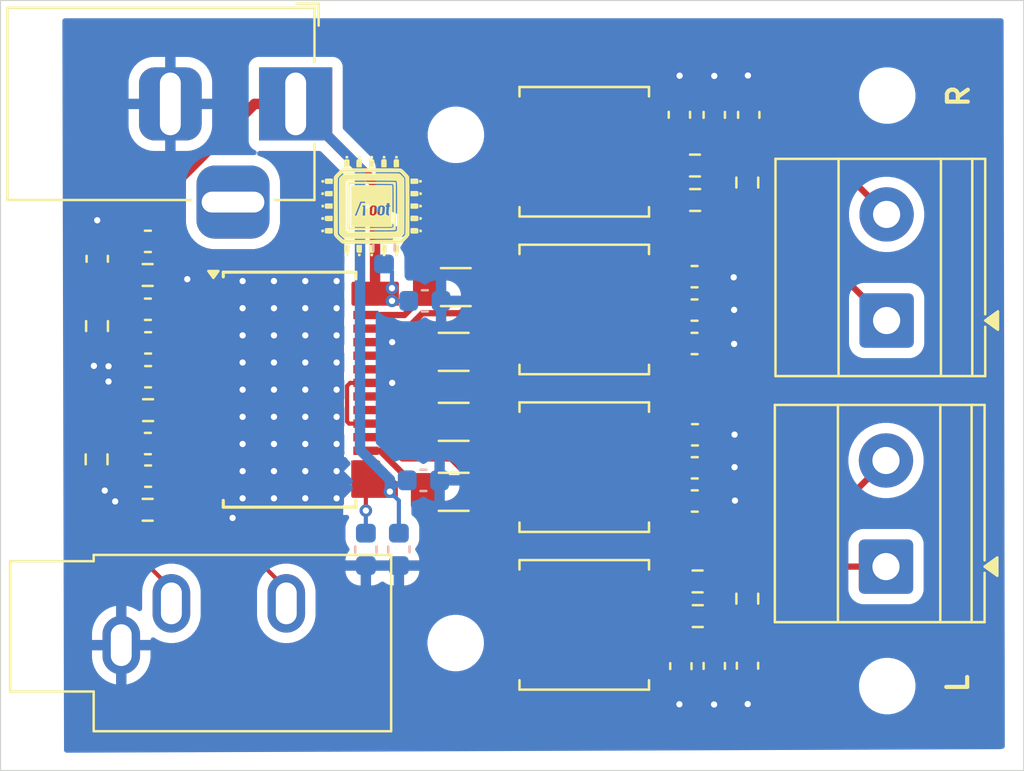
<source format=kicad_pcb>
(kicad_pcb (version 20241229) (generator "pcbnew") (generator_version "9.0")
  (layers (0 "F.Cu" signal) (2 "B.Cu" signal) (13 "F.Paste" user) (15 "B.Paste" user) (5 "F.SilkS" user "F.Silkscreen") (7 "B.SilkS" user "B.Silkscreen") (1 "F.Mask" user) (3 "B.Mask" user) (25 "Edge.Cuts" user))
  (net 0 "")
  (net 1 "+15V")
  (net 2 "GND")
  (net 3 "Net-(U1-BSPR)")
  (net 4 "Net-(U1-OUTPR)")
  (net 5 "Net-(U1-BSNR)")
  (net 6 "Net-(U1-OUTNR)")
  (net 7 "Net-(U1-BSPL)")
  (net 8 "Net-(U1-OUTPL)")
  (net 9 "Net-(U1-OUTNL)")
  (net 10 "Net-(U1-BSNL)")
  (net 11 "Net-(C12-Pad1)")
  (net 12 "Net-(C13-Pad2)")
  (net 13 "Net-(C18-Pad1)")
  (net 14 "Net-(C21-Pad2)")
  (net 15 "Net-(U1-GVDD)")
  (net 16 "Net-(C25-Pad1)")
  (net 17 "Net-(U1-RINP)")
  (net 18 "Net-(U1-LINP)")
  (net 19 "Net-(C26-Pad1)")
  (net 20 "Net-(U1-RINN)")
  (net 21 "Net-(U1-LINN)")
  (net 22 "Net-(J3-Pin_2)")
  (net 23 "Net-(J3-Pin_1)")
  (net 24 "Net-(J4-Pin_2)")
  (net 25 "Net-(J4-Pin_1)")
  (net 26 "Net-(U1-MUTE)")
  (net 27 "Net-(U1-FAULTZ)")
  (net 28 "Net-(U1-GAIN{slash}SLV)")
  (footprint "Capacitor_SMD:C_0603_1608Metric" (layer "F.Cu") (at 127.125 99.08 180)
    (property "Reference" "C24" (hide yes))
    (property "Value" "1u" (hide yes))
    (pad "1" smd roundrect (at -0.775 0 180) (size 0.9 0.95) (layers "F.Cu" "F.Mask" "F.Paste") (net 15 "Net-(U1-GVDD)"))
    (pad "2" smd roundrect (at 0.775 0 180) (size 0.9 0.95) (layers "F.Cu" "F.Mask" "F.Paste") (net 2 "GND"))
  )
  (footprint "Resistor_SMD:R_0603_1608Metric" (layer "F.Cu") (at 124.66 103.035 -90)
    (property "Reference" "R11" (hide yes))
    (property "Value" "47k" (hide yes))
    (pad "1" smd roundrect (at -0.825 0 270) (size 0.8 0.95) (layers "F.Cu" "F.Mask" "F.Paste") (net 19 "Net-(C26-Pad1)"))
    (pad "2" smd roundrect (at 0.825 0 270) (size 0.8 0.95) (layers "F.Cu" "F.Mask" "F.Paste") (net 2 "GND"))
  )
  (footprint "Resistor_SMD:R_0603_1608Metric" (layer "F.Cu") (at 155.81 109.705 -90)
    (property "Reference" "R5" (hide yes))
    (property "Value" "47k" (hide yes))
    (pad "1" smd roundrect (at -0.825 0 270) (size 0.8 0.95) (layers "F.Cu" "F.Mask" "F.Paste") (net 22 "Net-(J3-Pin_2)"))
    (pad "2" smd roundrect (at 0.825 0 270) (size 0.8 0.95) (layers "F.Cu" "F.Mask" "F.Paste") (net 23 "Net-(J3-Pin_1)"))
  )
  (footprint "MountingHole:MountingHole_2.2mm_M2" (layer "F.Cu") (at 141.85 111.83)
    (property "Reference" "H1" (hide yes))
    (property "Value" "MountingHole" (hide yes))
    (pad "" np_thru_hole circle (at 0 0) (size 2.2 2.2) (drill 2.2) (layers "*.Cu" "*.Mask"))
  )
  (footprint "Capacitor_SMD:C_0603_1608Metric" (layer "F.Cu") (at 152.56 86.54 90)
    (property "Reference" "C12" (hide yes))
    (property "Value" "1n" (hide yes))
    (pad "1" smd roundrect (at -0.775 0 90) (size 0.9 0.95) (layers "F.Cu" "F.Mask" "F.Paste") (net 11 "Net-(C12-Pad1)"))
    (pad "2" smd roundrect (at 0.775 0 90) (size 0.9 0.95) (layers "F.Cu" "F.Mask" "F.Paste") (net 2 "GND"))
  )
  (footprint "Capacitor_SMD:C_0603_1608Metric" (layer "F.Cu") (at 127.125 97.46)
    (property "Reference" "C27" (hide yes))
    (property "Value" "1u" (hide yes))
    (pad "1" smd roundrect (at -0.775 0) (size 0.9 0.95) (layers "F.Cu" "F.Mask" "F.Paste") (net 2 "GND"))
    (pad "2" smd roundrect (at 0.775 0) (size 0.9 0.95) (layers "F.Cu" "F.Mask" "F.Paste") (net 20 "Net-(U1-RINN)"))
  )
  (footprint "Resistor_SMD:R_0603_1608Metric" (layer "F.Cu") (at 155.81 89.785 -90)
    (property "Reference" "R3" (hide yes))
    (property "Value" "47k" (hide yes))
    (pad "1" smd roundrect (at -0.825 0 270) (size 0.8 0.95) (layers "F.Cu" "F.Mask" "F.Paste") (net 24 "Net-(J4-Pin_2)"))
    (pad "2" smd roundrect (at 0.825 0 270) (size 0.8 0.95) (layers "F.Cu" "F.Mask" "F.Paste") (net 25 "Net-(J4-Pin_1)"))
  )
  (footprint "Connector_BarrelJack:BarrelJack_Horizontal" (layer "F.Cu") (at 134.19 86.02)
    (property "Reference" "J1" (hide yes))
    (property "Value" "Jack-DC" (hide yes))
    (pad "1" thru_hole rect (at 0 0) (size 3.5 3.5) (drill oval 1 3) (layers "*.Cu" "*.Mask") (net 1 "+15V"))
    (pad "2" thru_hole roundrect (at -6 0) (size 3 3.5) (drill oval 1 3) (layers "*.Cu" "*.Mask") (net 2 "GND"))
    (pad "3" thru_hole roundrect (at -3 4.7) (size 3.5 3.5) (drill oval 3 1) (layers "*.Cu" "*.Mask"))
  )
  (footprint "Capacitor_SMD:C_0603_1608Metric" (layer "F.Cu") (at 153.305 101.86)
    (property "Reference" "C18" (hide yes))
    (property "Value" "1n" (hide yes))
    (pad "1" smd roundrect (at -0.775 0) (size 0.9 0.95) (layers "F.Cu" "F.Mask" "F.Paste") (net 13 "Net-(C18-Pad1)"))
    (pad "2" smd roundrect (at 0.775 0) (size 0.9 0.95) (layers "F.Cu" "F.Mask" "F.Paste") (net 2 "GND"))
  )
  (footprint "Capacitor_SMD:C_1206_3216Metric" (layer "F.Cu") (at 141.755 101.24)
    (property "Reference" "C10" (hide yes))
    (property "Value" "220n" (hide yes))
    (pad "1" smd roundrect (at -1.475 0) (size 1.15 1.8) (layers "F.Cu" "F.Mask" "F.Paste") (roundrect_rratio 0.217391) (net 7 "Net-(U1-BSPL)"))
    (pad "2" smd roundrect (at 1.475 0) (size 1.15 1.8) (layers "F.Cu" "F.Mask" "F.Paste") (roundrect_rratio 0.217391) (net 8 "Net-(U1-OUTPL)"))
  )
  (footprint "Inductor_SMD:L_Bourns_SRN6045TA" (layer "F.Cu") (at 148.005 110.96)
    (property "Reference" "L4" (hide yes))
    (property "Value" "10u" (hide yes))
    (pad "1" smd rect (at -2.075 0) (size 2.35 5.1) (layers "F.Cu" "F.Mask" "F.Paste") (net 9 "Net-(U1-OUTNL)"))
    (pad "2" smd rect (at 2.075 0) (size 2.35 5.1) (layers "F.Cu" "F.Mask" "F.Paste") (net 14 "Net-(C21-Pad2)"))
  )
  (footprint "Capacitor_SMD:C_0603_1608Metric" (layer "F.Cu") (at 153.295 105.03)
    (property "Reference" "C19" (hide yes))
    (property "Value" "1n" (hide yes))
    (pad "1" smd roundrect (at -0.775 0) (size 0.9 0.95) (layers "F.Cu" "F.Mask" "F.Paste") (net 13 "Net-(C18-Pad1)"))
    (pad "2" smd roundrect (at 0.775 0) (size 0.9 0.95) (layers "F.Cu" "F.Mask" "F.Paste") (net 2 "GND"))
  )
  (footprint "Capacitor_SMD:C_0603_1608Metric" (layer "F.Cu") (at 154.23 112.925 90)
    (property "Reference" "C22" (hide yes))
    (property "Value" "1n" (hide yes))
    (pad "1" smd roundrect (at -0.775 0 90) (size 0.9 0.95) (layers "F.Cu" "F.Mask" "F.Paste") (net 2 "GND"))
    (pad "2" smd roundrect (at 0.775 0 90) (size 0.9 0.95) (layers "F.Cu" "F.Mask" "F.Paste") (net 14 "Net-(C21-Pad2)"))
  )
  (footprint "Capacitor_SMD:C_0603_1608Metric" (layer "F.Cu") (at 153.285 97.49 180)
    (property "Reference" "C13" (hide yes))
    (property "Value" "1n" (hide yes))
    (pad "1" smd roundrect (at -0.775 0 180) (size 0.9 0.95) (layers "F.Cu" "F.Mask" "F.Paste") (net 2 "GND"))
    (pad "2" smd roundrect (at 0.775 0 180) (size 0.9 0.95) (layers "F.Cu" "F.Mask" "F.Paste") (net 12 "Net-(C13-Pad2)"))
  )
  (footprint "Library:root" (layer "F.Cu") (at 137.85 91.03)
    (property "Reference" "G***" (hide yes))
    (property "Value" "LOGO" (hide yes))
  )
  (footprint "Capacitor_SMD:C_0603_1608Metric" (layer "F.Cu") (at 127.115 95.85)
    (property "Reference" "C25" (hide yes))
    (property "Value" "1u" (hide yes))
    (pad "1" smd roundrect (at -0.775 0) (size 0.9 0.95) (layers "F.Cu" "F.Mask" "F.Paste") (net 16 "Net-(C25-Pad1)"))
    (pad "2" smd roundrect (at 0.775 0) (size 0.9 0.95) (layers "F.Cu" "F.Mask" "F.Paste") (net 17 "Net-(U1-RINP)"))
  )
  (footprint "MountingHole:MountingHole_2.2mm_M2" (layer "F.Cu") (at 141.86 87.5)
    (property "Reference" "H2" (hide yes))
    (property "Value" "MountingHole" (hide yes))
    (pad "" np_thru_hole circle (at 0 0) (size 2.2 2.2) (drill 2.2) (layers "*.Cu" "*.Mask"))
  )
  (footprint "Capacitor_SMD:C_1206_3216Metric" (layer "F.Cu") (at 141.755 104.59)
    (property "Reference" "C11" (hide yes))
    (property "Value" "220n" (hide yes))
    (pad "1" smd roundrect (at -1.475 0) (size 1.15 1.8) (layers "F.Cu" "F.Mask" "F.Paste") (roundrect_rratio 0.217391) (net 10 "Net-(U1-BSNL)"))
    (pad "2" smd roundrect (at 1.475 0) (size 1.15 1.8) (layers "F.Cu" "F.Mask" "F.Paste") (roundrect_rratio 0.217391) (net 9 "Net-(U1-OUTNL)"))
  )
  (footprint "Capacitor_SMD:C_1206_3216Metric" (layer "F.Cu") (at 141.755 97.89 180)
    (property "Reference" "C9" (hide yes))
    (property "Value" "220n" (hide yes))
    (pad "1" smd roundrect (at -1.475 0 180) (size 1.15 1.8) (layers "F.Cu" "F.Mask" "F.Paste") (roundrect_rratio 0.217391) (net 5 "Net-(U1-BSNR)"))
    (pad "2" smd roundrect (at 1.475 0 180) (size 1.15 1.8) (layers "F.Cu" "F.Mask" "F.Paste") (roundrect_rratio 0.217391) (net 6 "Net-(U1-OUTNR)"))
  )
  (footprint "TerminalBlock_Phoenix:TerminalBlock_Phoenix_MKDS-1,5-2-5.08_1x02_P5.08mm_Horizontal" (layer "F.Cu") (at 162.45 108.17 90)
    (property "Reference" "J3" (hide yes))
    (property "Value" "L" (hide yes))
    (pad "1" thru_hole roundrect (at 0 0 90) (size 2.6 2.6) (drill 1.3) (layers "*.Cu" "*.Mask") (roundrect_rratio 0.096154) (net 23 "Net-(J3-Pin_1)"))
    (pad "2" thru_hole circle (at 5.08 0 90) (size 2.6 2.6) (drill 1.3) (layers "*.Cu" "*.Mask") (net 22 "Net-(J3-Pin_2)"))
  )
  (footprint "Package_SO:HTSSOP-32-1EP_6.1x11mm_P0.65mm_EP5.2x11mm_Mask4.11x4.36mm_ThermalVias" (layer "F.Cu") (at 133.9 99.7)
    (property "Reference" "U1" (hide yes))
    (property "Value" "TPA3130D2" (hide yes))
    (pad "1" smd rect (at -3.65 -4.875) (size 1.2 0.4) (layers "F.Cu" "F.Mask" "F.Paste") (net 2 "GND"))
    (pad "2" smd rect (at -3.65 -4.225) (size 1.2 0.4) (layers "F.Cu" "F.Mask" "F.Paste") (net 27 "Net-(U1-FAULTZ)"))
    (pad "3" smd rect (at -3.65 -3.575) (size 1.2 0.4) (layers "F.Cu" "F.Mask" "F.Paste") (net 27 "Net-(U1-FAULTZ)"))
    (pad "4" smd rect (at -3.65 -2.925) (size 1.2 0.4) (layers "F.Cu" "F.Mask" "F.Paste") (net 17 "Net-(U1-RINP)"))
    (pad "5" smd rect (at -3.65 -2.275) (size 1.2 0.4) (layers "F.Cu" "F.Mask" "F.Paste") (net 20 "Net-(U1-RINN)"))
    (pad "6" smd rect (at -3.65 -1.625) (size 1.2 0.4) (layers "F.Cu" "F.Mask" "F.Paste") (net 15 "Net-(U1-GVDD)"))
    (pad "7" smd rect (at -3.65 -0.975) (size 1.2 0.4) (layers "F.Cu" "F.Mask" "F.Paste") (net 15 "Net-(U1-GVDD)"))
    (pad "8" smd rect (at -3.65 -0.325) (size 1.2 0.4) (layers "F.Cu" "F.Mask" "F.Paste") (net 28 "Net-(U1-GAIN{slash}SLV)"))
    (pad "9" smd rect (at -3.65 0.325) (size 1.2 0.4) (layers "F.Cu" "F.Mask" "F.Paste") (net 2 "GND"))
    (pad "10" smd rect (at -3.65 0.975) (size 1.2 0.4) (layers "F.Cu" "F.Mask" "F.Paste") (net 18 "Net-(U1-LINP)"))
    (pad "11" smd rect (at -3.65 1.625) (size 1.2 0.4) (layers "F.Cu" "F.Mask" "F.Paste") (net 21 "Net-(U1-LINN)"))
    (pad "12" smd rect (at -3.65 2.275) (size 1.2 0.4) (layers "F.Cu" "F.Mask" "F.Paste") (net 26 "Net-(U1-MUTE)"))
    (pad "13" smd rect (at -3.65 2.925) (size 1.2 0.4) (layers "F.Cu" "F.Mask" "F.Paste") (net 2 "GND"))
    (pad "14" smd rect (at -3.65 3.575) (size 1.2 0.4) (layers "F.Cu" "F.Mask" "F.Paste") (net 2 "GND"))
    (pad "15" smd rect (at -3.65 4.225) (size 1.2 0.4) (layers "F.Cu" "F.Mask" "F.Paste") (net 2 "GND"))
    (pad "16" smd rect (at -3.65 4.875) (size 1.2 0.4) (layers "F.Cu" "F.Mask" "F.Paste"))
    (pad "17" smd rect (at 3.65 4.875) (size 1.2 0.4) (layers "F.Cu" "F.Mask" "F.Paste") (net 1 "+15V"))
    (pad "18" smd rect (at 3.65 4.225) (size 1.2 0.4) (layers "F.Cu" "F.Mask" "F.Paste") (net 1 "+15V"))
    (pad "19" smd rect (at 3.65 3.575) (size 1.2 0.4) (layers "F.Cu" "F.Mask" "F.Paste") (net 1 "+15V"))
    (pad "20" smd rect (at 3.65 2.925) (size 1.2 0.4) (layers "F.Cu" "F.Mask" "F.Paste") (net 10 "Net-(U1-BSNL)"))
    (pad "21" smd rect (at 3.65 2.275) (size 1.2 0.4) (layers "F.Cu" "F.Mask" "F.Paste") (net 9 "Net-(U1-OUTNL)"))
    (pad "22" smd rect (at 3.65 1.625) (size 1.2 0.4) (layers "F.Cu" "F.Mask" "F.Paste") (net 2 "GND"))
    (pad "23" smd rect (at 3.65 0.975) (size 1.2 0.4) (layers "F.Cu" "F.Mask" "F.Paste") (net 8 "Net-(U1-OUTPL)"))
    (pad "24" smd rect (at 3.65 0.325) (size 1.2 0.4) (layers "F.Cu" "F.Mask" "F.Paste") (net 7 "Net-(U1-BSPL)"))
    (pad "25" smd rect (at 3.65 -0.325) (size 1.2 0.4) (layers "F.Cu" "F.Mask" "F.Paste") (net 2 "GND"))
    (pad "26" smd rect (at 3.65 -0.975) (size 1.2 0.4) (layers "F.Cu" "F.Mask" "F.Paste") (net 5 "Net-(U1-BSNR)"))
    (pad "27" smd rect (at 3.65 -1.625) (size 1.2 0.4) (layers "F.Cu" "F.Mask" "F.Paste") (net 6 "Net-(U1-OUTNR)"))
    (pad "28" smd rect (at 3.65 -2.275) (size 1.2 0.4) (layers "F.Cu" "F.Mask" "F.Paste") (net 2 "GND"))
    (pad "29" smd rect (at 3.65 -2.925) (size 1.2 0.4) (layers "F.Cu" "F.Mask" "F.Paste") (net 4 "Net-(U1-OUTPR)"))
    (pad "30" smd rect (at 3.65 -3.575) (size 1.2 0.4) (layers "F.Cu" "F.Mask" "F.Paste") (net 3 "Net-(U1-BSPR)"))
    (pad "31" smd rect (at 3.65 -4.225) (size 1.2 0.4) (layers "F.Cu" "F.Mask" "F.Paste") (net 1 "+15V"))
    (pad "32" smd rect (at 3.65 -4.875) (size 1.2 0.4) (layers "F.Cu" "F.Mask" "F.Paste") (net 1 "+15V"))
    (pad "33" thru_hole circle (at -2.25 -5.2) (size 0.6 0.6) (drill 0.3) (layers "*.Cu") (net 2 "GND"))
    (pad "33" thru_hole circle (at -2.25 -3.9) (size 0.6 0.6) (drill 0.3) (layers "*.Cu") (net 2 "GND"))
    (pad "33" thru_hole circle (at -2.25 -2.6) (size 0.6 0.6) (drill 0.3) (layers "*.Cu") (net 2 "GND"))
    (pad "33" thru_hole circle (at -2.25 -1.3) (size 0.6 0.6) (drill 0.3) (layers "*.Cu") (net 2 "GND"))
    (pad "33" thru_hole circle (at -2.25 0) (size 0.6 0.6) (drill 0.3) (layers "*.Cu") (net 2 "GND"))
    (pad "33" thru_hole circle (at -2.25 1.3) (size 0.6 0.6) (drill 0.3) (layers "*.Cu") (net 2 "GND"))
    (pad "33" thru_hole circle (at -2.25 2.6) (size 0.6 0.6) (drill 0.3) (layers "*.Cu") (net 2 "GND"))
    (pad "33" thru_hole circle (at -2.25 3.9) (size 0.6 0.6) (drill 0.3) (layers "*.Cu") (net 2 "GND"))
    (pad "33" thru_hole circle (at -2.25 5.2) (size 0.6 0.6) (drill 0.3) (layers "*.Cu") (net 2 "GND"))
    (pad "33" thru_hole circle (at -0.75 -5.2) (size 0.6 0.6) (drill 0.3) (layers "*.Cu") (net 2 "GND"))
    (pad "33" thru_hole circle (at -0.75 -3.9) (size 0.6 0.6) (drill 0.3) (layers "*.Cu") (net 2 "GND"))
    (pad "33" thru_hole circle (at -0.75 -2.6) (size 0.6 0.6) (drill 0.3) (layers "*.Cu") (net 2 "GND"))
    (pad "33" thru_hole circle (at -0.75 -1.3) (size 0.6 0.6) (drill 0.3) (layers "*.Cu") (net 2 "GND"))
    (pad "33" thru_hole circle (at -0.75 0) (size 0.6 0.6) (drill 0.3) (layers "*.Cu") (net 2 "GND"))
    (pad "33" thru_hole circle (at -0.75 1.3) (size 0.6 0.6) (drill 0.3) (layers "*.Cu") (net 2 "GND"))
    (pad "33" thru_hole circle (at -0.75 2.6) (size 0.6 0.6) (drill 0.3) (layers "*.Cu") (net 2 "GND"))
    (pad "33" thru_hole circle (at -0.75 3.9) (size 0.6 0.6) (drill 0.3) (layers "*.Cu") (net 2 "GND"))
    (pad "33" thru_hole circle (at -0.75 5.2) (size 0.6 0.6) (drill 0.3) (layers "*.Cu") (net 2 "GND"))
    (pad "33" smd rect (at 0 0) (size 5.2 11) (layers "F.Cu") (net 2 "GND"))
    (pad "33" smd rect (at 0 0) (size 5.2 11) (layers "B.Cu") (net 2 "GND"))
    (pad "33" thru_hole circle (at 0.75 -5.2) (size 0.6 0.6) (drill 0.3) (layers "*.Cu") (net 2 "GND"))
    (pad "33" thru_hole circle (at 0.75 -3.9) (size 0.6 0.6) (drill 0.3) (layers "*.Cu") (net 2 "GND"))
    (pad "33" thru_hole circle (at 0.75 -2.6) (size 0.6 0.6) (drill 0.3) (layers "*.Cu") (net 2 "GND"))
    (pad "33" thru_hole circle (at 0.75 -1.3) (size 0.6 0.6) (drill 0.3) (layers "*.Cu") (net 2 "GND"))
    (pad "33" thru_hole circle (at 0.75 0) (size 0.6 0.6) (drill 0.3) (layers "*.Cu") (net 2 "GND"))
    (pad "33" thru_hole circle (at 0.75 1.3) (size 0.6 0.6) (drill 0.3) (layers "*.Cu") (net 2 "GND"))
    (pad "33" thru_hole circle (at 0.75 2.6) (size 0.6 0.6) (drill 0.3) (layers "*.Cu") (net 2 "GND"))
    (pad "33" thru_hole circle (at 0.75 3.9) (size 0.6 0.6) (drill 0.3) (layers "*.Cu") (net 2 "GND"))
    (pad "33" thru_hole circle (at 0.75 5.2) (size 0.6 0.6) (drill 0.3) (layers "*.Cu") (net 2 "GND"))
    (pad "33" thru_hole circle (at 2.25 -5.2) (size 0.6 0.6) (drill 0.3) (layers "*.Cu") (net 2 "GND"))
    (pad "33" thru_hole circle (at 2.25 -3.9) (size 0.6 0.6) (drill 0.3) (layers "*.Cu") (net 2 "GND"))
    (pad "33" thru_hole circle (at 2.25 -2.6) (size 0.6 0.6) (drill 0.3) (layers "*.Cu") (net 2 "GND"))
    (pad "33" thru_hole circle (at 2.25 -1.3) (size 0.6 0.6) (drill 0.3) (layers "*.Cu") (net 2 "GND"))
    (pad "33" thru_hole circle (at 2.25 0) (size 0.6 0.6) (drill 0.3) (layers "*.Cu") (net 2 "GND"))
    (pad "33" thru_hole circle (at 2.25 1.3) (size 0.6 0.6) (drill 0.3) (layers "*.Cu") (net 2 "GND"))
    (pad "33" thru_hole circle (at 2.25 2.6) (size 0.6 0.6) (drill 0.3) (layers "*.Cu") (net 2 "GND"))
    (pad "33" thru_hole circle (at 2.25 3.9) (size 0.6 0.6) (drill 0.3) (layers "*.Cu") (net 2 "GND"))
    (pad "33" thru_hole circle (at 2.25 5.2) (size 0.6 0.6) (drill 0.3) (layers "*.Cu") (net 2 "GND"))
  )
  (footprint "Resistor_SMD:R_0603_1608Metric" (layer "F.Cu") (at 153.44 110.54 180)
    (property "Reference" "R6" (hide yes))
    (property "Value" "3R3" (hide yes))
    (pad "1" smd roundrect (at -0.825 0 180) (size 0.8 0.95) (layers "F.Cu" "F.Mask" "F.Paste") (net 23 "Net-(J3-Pin_1)"))
    (pad "2" smd roundrect (at 0.825 0 180) (size 0.8 0.95) (layers "F.Cu" "F.Mask" "F.Paste") (net 14 "Net-(C21-Pad2)"))
  )
  (footprint "TerminalBlock_Phoenix:TerminalBlock_Phoenix_MKDS-1,5-2-5.08_1x02_P5.08mm_Horizontal" (layer "F.Cu") (at 162.48 96.39 90)
    (property "Reference" "J4" (hide yes))
    (property "Value" "R" (hide yes))
    (pad "1" thru_hole roundrect (at 0 0 90) (size 2.6 2.6) (drill 1.3) (layers "*.Cu" "*.Mask") (roundrect_rratio 0.096154) (net 25 "Net-(J4-Pin_1)"))
    (pad "2" thru_hole circle (at 5.08 0 90) (size 2.6 2.6) (drill 1.3) (layers "*.Cu" "*.Mask") (net 24 "Net-(J4-Pin_2)"))
  )
  (footprint "Resistor_SMD:R_0603_1608Metric" (layer "F.Cu") (at 127.105 94.21)
    (property "Reference" "R8" (hide yes))
    (property "Value" "47k" (hide yes))
    (pad "1" smd roundrect (at -0.825 0) (size 0.8 0.95) (layers "F.Cu" "F.Mask" "F.Paste") (net 1 "+15V"))
    (pad "2" smd roundrect (at 0.825 0) (size 0.8 0.95) (layers "F.Cu" "F.Mask" "F.Paste") (net 27 "Net-(U1-FAULTZ)"))
  )
  (footprint "Capacitor_SMD:C_0603_1608Metric" (layer "F.Cu") (at 153.295 103.44)
    (property "Reference" "C20" (hide yes))
    (property "Value" "1n" (hide yes))
    (pad "1" smd roundrect (at -0.775 0) (size 0.9 0.95) (layers "F.Cu" "F.Mask" "F.Paste") (net 13 "Net-(C18-Pad1)"))
    (pad "2" smd roundrect (at 0.775 0) (size 0.9 0.95) (layers "F.Cu" "F.Mask" "F.Paste") (net 2 "GND"))
  )
  (footprint "Capacitor_SMD:C_0603_1608Metric" (layer "F.Cu") (at 154.23 86.545 90)
    (property "Reference" "C16" (hide yes))
    (property "Value" "1n" (hide yes))
    (pad "1" smd roundrect (at -0.775 0 90) (size 0.9 0.95) (layers "F.Cu" "F.Mask" "F.Paste") (net 11 "Net-(C12-Pad1)"))
    (pad "2" smd roundrect (at 0.775 0 90) (size 0.9 0.95) (layers "F.Cu" "F.Mask" "F.Paste") (net 2 "GND"))
  )
  (footprint "Capacitor_SMD:C_0603_1608Metric" (layer "F.Cu") (at 127.115 102.28)
    (property "Reference" "C26" (hide yes))
    (property "Value" "1u" (hide yes))
    (pad "1" smd roundrect (at -0.775 0) (size 0.9 0.95) (layers "F.Cu" "F.Mask" "F.Paste") (net 19 "Net-(C26-Pad1)"))
    (pad "2" smd roundrect (at 0.775 0) (size 0.9 0.95) (layers "F.Cu" "F.Mask" "F.Paste") (net 18 "Net-(U1-LINP)"))
  )
  (footprint "Capacitor_SMD:C_0603_1608Metric" (layer "F.Cu") (at 153.285 95.89 180)
    (property "Reference" "C15" (hide yes))
    (property "Value" "1n" (hide yes))
    (pad "1" smd roundrect (at -0.775 0 180) (size 0.9 0.95) (layers "F.Cu" "F.Mask" "F.Paste") (net 2 "GND"))
    (pad "2" smd roundrect (at 0.775 0 180) (size 0.9 0.95) (layers "F.Cu" "F.Mask" "F.Paste") (net 12 "Net-(C13-Pad2)"))
  )
  (footprint "MountingHole:MountingHole_2.2mm_M2" (layer "F.Cu") (at 162.51 113.89)
    (property "Reference" "H4" (hide yes))
    (property "Value" "MountingHole" (hide yes))
    (pad "" np_thru_hole circle (at 0 0) (size 2.2 2.2) (drill 2.2) (layers "*.Cu" "*.Mask"))
  )
  (footprint "Capacitor_SMD:C_0603_1608Metric" (layer "F.Cu") (at 155.88 86.545 90)
    (property "Reference" "C14" (hide yes))
    (property "Value" "1n" (hide yes))
    (pad "1" smd roundrect (at -0.775 0 90) (size 0.9 0.95) (layers "F.Cu" "F.Mask" "F.Paste") (net 11 "Net-(C12-Pad1)"))
    (pad "2" smd roundrect (at 0.775 0 90) (size 0.9 0.95) (layers "F.Cu" "F.Mask" "F.Paste") (net 2 "GND"))
  )
  (footprint "Inductor_SMD:L_Bourns_SRN6045TA" (layer "F.Cu") (at 148.005 95.86)
    (property "Reference" "L2" (hide yes))
    (property "Value" "10u" (hide yes))
    (pad "1" smd rect (at -2.075 0) (size 2.35 5.1) (layers "F.Cu" "F.Mask" "F.Paste") (net 6 "Net-(U1-OUTNR)"))
    (pad "2" smd rect (at 2.075 0) (size 2.35 5.1) (layers "F.Cu" "F.Mask" "F.Paste") (net 12 "Net-(C13-Pad2)"))
  )
  (footprint "Resistor_SMD:R_0603_1608Metric" (layer "F.Cu") (at 153.315 90.62 180)
    (property "Reference" "R2" (hide yes))
    (property "Value" "3R3" (hide yes))
    (pad "1" smd roundrect (at -0.825 0 180) (size 0.8 0.95) (layers "F.Cu" "F.Mask" "F.Paste") (net 25 "Net-(J4-Pin_1)"))
    (pad "2" smd roundrect (at 0.825 0 180) (size 0.8 0.95) (layers "F.Cu" "F.Mask" "F.Paste") (net 12 "Net-(C13-Pad2)"))
  )
  (footprint "Capacitor_SMD:C_1206_3216Metric" (layer "F.Cu") (at 141.855 94.79)
    (property "Reference" "C8" (hide yes))
    (property "Value" "220n" (hide yes))
    (pad "1" smd roundrect (at -1.475 0) (size 1.15 1.8) (layers "F.Cu" "F.Mask" "F.Paste") (roundrect_rratio 0.217391) (net 3 "Net-(U1-BSPR)"))
    (pad "2" smd roundrect (at 1.475 0) (size 1.15 1.8) (layers "F.Cu" "F.Mask" "F.Paste") (roundrect_rratio 0.217391) (net 4 "Net-(U1-OUTPR)"))
  )
  (footprint "Resistor_SMD:R_0603_1608Metric" (layer "F.Cu") (at 153.43 108.88)
    (property "Reference" "R4" (hide yes))
    (property "Value" "3R3" (hide yes))
    (pad "1" smd roundrect (at -0.825 0) (size 0.8 0.95) (layers "F.Cu" "F.Mask" "F.Paste") (net 13 "Net-(C18-Pad1)"))
    (pad "2" smd roundrect (at 0.825 0) (size 0.8 0.95) (layers "F.Cu" "F.Mask" "F.Paste") (net 22 "Net-(J3-Pin_2)"))
  )
  (footprint "MountingHole:MountingHole_2.2mm_M2" (layer "F.Cu") (at 162.51 85.62)
    (property "Reference" "H3" (hide yes))
    (property "Value" "MountingHole" (hide yes))
    (pad "" np_thru_hole circle (at 0 0) (size 2.2 2.2) (drill 2.2) (layers "*.Cu" "*.Mask"))
  )
  (footprint "Resistor_SMD:R_0603_1608Metric" (layer "F.Cu") (at 124.68 96.655 -90)
    (property "Reference" "R9" (hide yes))
    (property "Value" "47k" (hide yes))
    (pad "1" smd roundrect (at -0.825 0 270) (size 0.8 0.95) (layers "F.Cu" "F.Mask" "F.Paste") (net 16 "Net-(C25-Pad1)"))
    (pad "2" smd roundrect (at 0.825 0 270) (size 0.8 0.95) (layers "F.Cu" "F.Mask" "F.Paste") (net 2 "GND"))
  )
  (footprint "Resistor_SMD:R_0603_1608Metric" (layer "F.Cu") (at 127.105 105.45 180)
    (property "Reference" "R7" (hide yes))
    (property "Value" "47k" (hide yes))
    (pad "1" smd roundrect (at -0.825 0 180) (size 0.8 0.95) (layers "F.Cu" "F.Mask" "F.Paste") (net 26 "Net-(U1-MUTE)"))
    (pad "2" smd roundrect (at 0.825 0 180) (size 0.8 0.95) (layers "F.Cu" "F.Mask" "F.Paste") (net 2 "GND"))
  )
  (footprint "Inductor_SMD:L_Bourns_SRN6045TA" (layer "F.Cu") (at 148.005 88.31)
    (property "Reference" "L1" (hide yes))
    (property "Value" "10u" (hide yes))
    (pad "1" smd rect (at -2.075 0) (size 2.35 5.1) (layers "F.Cu" "F.Mask" "F.Paste") (net 4 "Net-(U1-OUTPR)"))
    (pad "2" smd rect (at 2.075 0) (size 2.35 5.1) (layers "F.Cu" "F.Mask" "F.Paste") (net 11 "Net-(C12-Pad1)"))
  )
  (footprint "Capacitor_SMD:C_0603_1608Metric" (layer "F.Cu") (at 152.63 112.935 90)
    (property "Reference" "C21" (hide yes))
    (property "Value" "1n" (hide yes))
    (pad "1" smd roundrect (at -0.775 0 90) (size 0.9 0.95) (layers "F.Cu" "F.Mask" "F.Paste") (net 2 "GND"))
    (pad "2" smd roundrect (at 0.775 0 90) (size 0.9 0.95) (layers "F.Cu" "F.Mask" "F.Paste") (net 14 "Net-(C21-Pad2)"))
  )
  (footprint "Capacitor_SMD:C_0603_1608Metric" (layer "F.Cu") (at 127.115 92.6)
    (property "Reference" "C7" (hide yes))
    (property "Value" "220u" (hide yes))
    (pad "1" smd roundrect (at -0.775 0) (size 0.9 0.95) (layers "F.Cu" "F.Mask" "F.Paste") (net 1 "+15V"))
    (pad "2" smd roundrect (at 0.775 0) (size 0.9 0.95) (layers "F.Cu" "F.Mask" "F.Paste") (net 2 "GND"))
  )
  (footprint "Resistor_SMD:R_0603_1608Metric" (layer "F.Cu") (at 127.125 100.68 180)
    (property "Reference" "R10" (hide yes))
    (property "Value" "47k" (hide yes))
    (pad "1" smd roundrect (at -0.825 0 180) (size 0.8 0.95) (layers "F.Cu" "F.Mask" "F.Paste") (net 28 "Net-(U1-GAIN{slash}SLV)"))
    (pad "2" smd roundrect (at 0.825 0 180) (size 0.8 0.95) (layers "F.Cu" "F.Mask" "F.Paste") (net 2 "GND"))
  )
  (footprint "Resistor_SMD:R_0603_1608Metric" (layer "F.Cu") (at 153.305 88.97)
    (property "Reference" "R1" (hide yes))
    (property "Value" "3R3" (hide yes))
    (pad "1" smd roundrect (at -0.825 0) (size 0.8 0.95) (layers "F.Cu" "F.Mask" "F.Paste") (net 11 "Net-(C12-Pad1)"))
    (pad "2" smd roundrect (at 0.825 0) (size 0.8 0.95) (layers "F.Cu" "F.Mask" "F.Paste") (net 24 "Net-(J4-Pin_2)"))
  )
  (footprint "Capacitor_SMD:C_0603_1608Metric" (layer "F.Cu") (at 124.69 93.435 90)
    (property "Reference" "C6" (hide yes))
    (property "Value" "220u" (hide yes))
    (pad "1" smd roundrect (at -0.775 0 90) (size 0.9 0.95) (layers "F.Cu" "F.Mask" "F.Paste") (net 1 "+15V"))
    (pad "2" smd roundrect (at 0.775 0 90) (size 0.9 0.95) (layers "F.Cu" "F.Mask" "F.Paste") (net 2 "GND"))
  )
  (footprint "Inductor_SMD:L_Bourns_SRN6045TA" (layer "F.Cu") (at 148.005 103.41)
    (property "Reference" "L3" (hide yes))
    (property "Value" "10u" (hide yes))
    (pad "1" smd rect (at -2.075 0) (size 2.35 5.1) (layers "F.Cu" "F.Mask" "F.Paste") (net 8 "Net-(U1-OUTPL)"))
    (pad "2" smd rect (at 2.075 0) (size 2.35 5.1) (layers "F.Cu" "F.Mask" "F.Paste") (net 13 "Net-(C18-Pad1)"))
  )
  (footprint "Capacitor_SMD:C_0603_1608Metric" (layer "F.Cu") (at 153.285 94.29 180)
    (property "Reference" "C17" (hide yes))
    (property "Value" "1n" (hide yes))
    (pad "1" smd roundrect (at -0.775 0 180) (size 0.9 0.95) (layers "F.Cu" "F.Mask" "F.Paste") (net 2 "GND"))
    (pad "2" smd roundrect (at 0.775 0 180) (size 0.9 0.95) (layers "F.Cu" "F.Mask" "F.Paste") (net 12 "Net-(C13-Pad2)"))
  )
  (footprint "Capacitor_SMD:C_0603_1608Metric" (layer "F.Cu") (at 155.82 112.915 90)
    (property "Reference" "C23" (hide yes))
    (property "Value" "1n" (hide yes))
    (pad "1" smd roundrect (at -0.775 0 90) (size 0.9 0.95) (layers "F.Cu" "F.Mask" "F.Paste") (net 2 "GND"))
    (pad "2" smd roundrect (at 0.775 0 90) (size 0.9 0.95) (layers "F.Cu" "F.Mask" "F.Paste") (net 14 "Net-(C21-Pad2)"))
  )
  (footprint "Connector_Audio:Jack_3.5mm_CUI_SJ1-3533NG_Horizontal" (layer "F.Cu") (at 125.84 111.93 90)
    (property "Reference" "J2" (hide yes))
    (property "Value" "AudioJack3" (hide yes))
    (pad "R" thru_hole oval (at 2 7.9 90) (size 2.8 1.8) (drill oval 2 1) (layers "*.Cu" "*.Mask") (net 19 "Net-(C26-Pad1)"))
    (pad "S" thru_hole oval (at 0 0 90) (size 2.8 1.8) (drill oval 2 1) (layers "*.Cu" "*.Mask") (net 2 "GND"))
    (pad "T" thru_hole oval (at 2 2.4 90) (size 2.8 1.8) (drill oval 2 1) (layers "*.Cu" "*.Mask") (net 16 "Net-(C25-Pad1)"))
  )
  (footprint "Capacitor_SMD:C_0603_1608Metric" (layer "F.Cu") (at 127.125 103.84)
    (property "Reference" "C28" (hide yes))
    (property "Value" "1u" (hide yes))
    (pad "1" smd roundrect (at -0.775 0) (size 0.9 0.95) (layers "F.Cu" "F.Mask" "F.Paste") (net 2 "GND"))
    (pad "2" smd roundrect (at 0.775 0) (size 0.9 0.95) (layers "F.Cu" "F.Mask" "F.Paste") (net 21 "Net-(U1-LINN)"))
  )
  (footprint "Capacitor_SMD:C_0603_1608Metric" (layer "B.Cu") (at 137.55 107.345 -90)
    (property "Reference" "C1" (hide yes))
    (property "Value" "220u" (hide yes))
    (pad "1" smd roundrect (at -0.775 0 270) (size 0.9 0.95) (layers "B.Cu" "B.Mask" "B.Paste") (net 1 "+15V"))
    (pad "2" smd roundrect (at 0.775 0 270) (size 0.9 0.95) (layers "B.Cu" "B.Mask" "B.Paste") (net 2 "GND"))
  )
  (footprint "Capacitor_SMD:C_0603_1608Metric" (layer "B.Cu") (at 139.13 107.345 -90)
    (property "Reference" "C4" (hide yes))
    (property "Value" "220u" (hide yes))
    (pad "1" smd roundrect (at -0.775 0 270) (size 0.9 0.95) (layers "B.Cu" "B.Mask" "B.Paste") (net 1 "+15V"))
    (pad "2" smd roundrect (at 0.775 0 270) (size 0.9 0.95) (layers "B.Cu" "B.Mask" "B.Paste") (net 2 "GND"))
  )
  (footprint "Capacitor_SMD:C_0603_1608Metric" (layer "B.Cu") (at 140.375 95.45)
    (property "Reference" "C2" (hide yes))
    (property "Value" "220u" (hide yes))
    (pad "1" smd roundrect (at -0.775 0) (size 0.9 0.95) (layers "B.Cu" "B.Mask" "B.Paste") (net 1 "+15V"))
    (pad "2" smd roundrect (at 0.775 0) (size 0.9 0.95) (layers "B.Cu" "B.Mask" "B.Paste") (net 2 "GND"))
  )
  (footprint "Capacitor_SMD:C_0603_1608Metric" (layer "B.Cu") (at 140.305 104.04)
    (property "Reference" "C5" (hide yes))
    (property "Value" "220u" (hide yes))
    (pad "1" smd roundrect (at -0.775 0) (size 0.9 0.95) (layers "B.Cu" "B.Mask" "B.Paste") (net 1 "+15V"))
    (pad "2" smd roundrect (at 0.775 0) (size 0.9 0.95) (layers "B.Cu" "B.Mask" "B.Paste") (net 2 "GND"))
  )
  (footprint "Capacitor_SMD:C_0603_1608Metric" (layer "B.Cu") (at 138.42 92.905 90)
    (property "Reference" "C3" (hide yes))
    (property "Value" "220u" (hide yes))
    (pad "1" smd roundrect (at -0.775 0 90) (size 0.9 0.95) (layers "B.Cu" "B.Mask" "B.Paste") (net 1 "+15V"))
    (pad "2" smd roundrect (at 0.775 0 90) (size 0.9 0.95) (layers "B.Cu" "B.Mask" "B.Paste") (net 2 "GND"))
  )
  (gr_poly (pts (xy 126.78 92.15) (xy 126.78 94.71) (xy 124.22 94.71) (xy 124.22 93.76) (xy 125.06 93.76) (xy 125.96 92.15)) (stroke (width 0.2)) (fill yes) (layer "F.Cu") (net 1))
  (gr_poly (pts (xy 136.95 103.17) (xy 136.95 104.78) (xy 138.98228 104.78) (xy 138.98 104.17) (xy 138.14 103.634753) (xy 138.14 103.19) (xy 136.95 103.19)) (stroke (width 0.2)) (fill yes) (layer "F.Cu") (net 1))
  (gr_poly (pts (xy 152.99 100.86) (xy 152.98 105.99) (xy 148.92 105.99) (xy 148.9 100.86)) (stroke (width 0.2)) (fill yes) (layer "F.Cu") (net 13))
  (gr_poly (pts (xy 126.8 96.98) (xy 124.29 96.98) (xy 124.29 98.862281) (xy 125.92 101.15) (xy 126.79 101.15)) (stroke (width 0.2)) (fill yes) (layer "F.Cu") (net 2))
  (gr_poly (pts (xy 153.58 93.81) (xy 153.58 97.95) (xy 155.37 97.95) (xy 155.37 93.8) (xy 153.57 93.8)) (stroke (width 0.2)) (fill yes) (layer "F.Cu") (net 2))
  (gr_poly (pts (xy 156.3 113.25) (xy 152.16 113.25) (xy 152.16 114.98) (xy 156.31 114.98) (xy 156.31 113.24)) (stroke (width 0.2)) (fill yes) (layer "F.Cu") (net 2))
  (gr_poly (pts (xy 136.96 94.63) (xy 136.96 95.58) (xy 139.03 95.58) (xy 139.03 94.63)) (stroke (width 0.2)) (fill yes) (layer "F.Cu") (net 1))
  (gr_poly (pts (xy 152.99 93.27) (xy 152.98 98.4) (xy 148.92 98.4) (xy 148.9 93.27)) (stroke (width 0.2)) (fill yes) (layer "F.Cu") (net 12))
  (gr_poly (pts (xy 126.65 103.37) (xy 124.47 103.37) (xy 124.47 104.164624) (xy 125.93 105.92) (xy 126.65 105.92)) (stroke (width 0.2)) (fill yes) (layer "F.Cu") (net 2))
  (gr_poly (pts (xy 124.3 101.82) (xy 126.78 101.82) (xy 126.789677 102.72) (xy 124.3 102.72)) (stroke (width 0.1)) (fill yes) (layer "F.Cu") (net 19))
  (gr_poly (pts (xy 148.93 90.89) (xy 148.91 85.81) (xy 151.27 85.81) (xy 151.27 86.77) (xy 156.32 86.77) (xy 156.32 87.62) (xy 153.91 87.62) (xy 152.98 89.24) (xy 152.2 89.24) (xy 151.26 90.89) (xy 148.93 90.89)) (stroke (width 0.2)) (fill yes) (layer "F.Cu") (net 11))
  (gr_poly (pts (xy 130.85 95.37) (xy 129.65 95.37) (xy 129.65 96.24) (xy 130.85 96.24)) (stroke (width 0.2)) (fill yes) (layer "F.Cu") (net 27))
  (gr_poly (pts (xy 153.62 101.36) (xy 153.62 105.5) (xy 155.42 105.5) (xy 155.42 101.35) (xy 153.61 101.35)) (stroke (width 0.2)) (fill yes) (layer "F.Cu") (net 2))
  (gr_poly (pts (xy 130.85 97.98) (xy 129.65 97.98) (xy 129.65 98.82) (xy 130.85 98.82)) (stroke (width 0.2)) (fill yes) (layer "F.Cu") (net 15))
  (gr_poly (pts (xy 152.14 86.25) (xy 156.28 86.25) (xy 156.28 84.45) (xy 152.13 84.45) (xy 152.13 86.26)) (stroke (width 0.2)) (fill yes) (layer "F.Cu") (net 2))
  (gr_poly (pts (xy 129.75 102.52) (xy 130.86 102.52) (xy 130.86 104.03) (xy 129.75 104.03)) (stroke (width 0.2)) (fill yes) (layer "F.Cu") (net 2))
  (gr_poly (pts (xy 148.92 108.41) (xy 148.9 113.49) (xy 151.26 113.49) (xy 151.26 112.65) (xy 156.31 112.65) (xy 156.31 111.68) (xy 153.9 111.68) (xy 152.97 110.06) (xy 152.19 110.06) (xy 151.25 108.41) (xy 148.92 108.41)) (stroke (width 0.2)) (fill yes) (layer "F.Cu") (net 14))
  (gr_poly (pts (xy 136.423708 93.353318) (xy 136.362851 106.15377) (xy 130.340038 106.15377) (xy 130.300038 93.31377) (xy 136.339573 93.31377) (xy 136.339573 93.63377)) (stroke (width 0.2)) (fill yes) (layer "B.Cu") (net 2))
  (gr_rect (start 120.06 81.07) (end 169.04 117.93) (stroke (width 0.05)) (fill no) (layer "Edge.Cuts"))
  (gr_text "L" (at 166.47 114.3 90) (layer "F.SilkS") (effects (font (size 1 1) (thickness 0.2) (bold yes)) (justify left bottom)))
  (gr_text "R" (at 166.5 86.28 90) (layer "F.SilkS") (effects (font (size 1 1) (thickness 0.2) (bold yes)) (justify left bottom)))
  (segment (start 126.34 91.9) (end 132.22 86.02) (width 0.5) (layer "F.Cu") (net 1))
  (segment (start 137.55 104.575) (end 137.55 105.49) (width 0.2) (layer "F.Cu") (net 1))
  (segment (start 126.34 92.6) (end 126.34 91.9) (width 0.5) (layer "F.Cu") (net 1))
  (segment (start 132.22 86.02) (end 134.19 86.02) (width 0.5) (layer "F.Cu") (net 1))
  (segment (start 137.99 89.82) (end 137.99 95.15) (width 0.5) (layer "F.Cu") (net 1))
  (segment (start 134.19 86.02) (end 137.99 89.82) (width 0.5) (layer "F.Cu") (net 1))
  (via (at 138.7 104.58) (size 0.6) (drill 0.3) (layers "F.Cu" "B.Cu") (net 1))
  (via (at 137.55 105.49) (size 0.6) (drill 0.3) (layers "F.Cu" "B.Cu") (net 1))
  (via (at 138.8 95.45) (size 0.6) (drill 0.3) (layers "F.Cu" "B.Cu") (net 1))
  (via (at 138.8 94.84) (size 0.6) (drill 0.3) (layers "F.Cu" "B.Cu") (net 1))
  (segment (start 138.8 95.45) (end 139.6 95.45) (width 0.2) (layer "B.Cu") (net 1))
  (segment (start 139.24 104.04) (end 138.7 104.58) (width 0.2) (layer "B.Cu") (net 1))
  (segment (start 134.19 86.02) (end 137.27 89.1) (width 0.5) (layer "B.Cu") (net 1))
  (segment (start 139.13 105.01) (end 138.7 104.58) (width 0.2) (layer "B.Cu") (net 1))
  (segment (start 139.53 104.04) (end 139.24 104.04) (width 0.2) (layer "B.Cu") (net 1))
  (segment (start 138.7 104.01) (end 138.7 104.58) (width 0.5) (layer "B.Cu") (net 1))
  (segment (start 138.8 94.84) (end 138.8 94.06) (width 0.2) (layer "B.Cu") (net 1))
  (segment (start 137.55 105.49) (end 137.55 106.57) (width 0.2) (layer "B.Cu") (net 1))
  (segment (start 138.37 103.68) (end 138.7 104.01) (width 0.5) (layer "B.Cu") (net 1))
  (segment (start 139.13 106.57) (end 139.13 105.01) (width 0.2) (layer "B.Cu") (net 1))
  (segment (start 137.27 89.1) (end 137.27 102.58) (width 0.5) (layer "B.Cu") (net 1))
  (segment (start 138.37 103.68) (end 137.27 102.58) (width 0.5) (layer "B.Cu") (net 1))
  (segment (start 138.8 94.06) (end 138.42 93.68) (width 0.2) (layer "B.Cu") (net 1))
  (segment (start 136.798 99.375) (end 137.55 99.375) (width 0.2) (layer "F.Cu") (net 2))
  (segment (start 124.69 92.66) (end 124.69 91.59) (width 0.2) (layer "F.Cu") (net 2))
  (segment (start 129 93.71) (end 129 94.41) (width 0.2) (layer "F.Cu") (net 2))
  (segment (start 130.25 100.025) (end 131.05 100.025) (width 0.2) (layer "F.Cu") (net 2))
  (segment (start 137.55 99.375) (end 138.81 99.375) (width 0.2) (layer "F.Cu") (net 2))
  (segment (start 137.55 97.425) (end 138.81 97.425) (width 0.2) (layer "F.Cu") (net 2))
  (segment (start 136.75 101.325) (end 136.649 101.224) (width 0.2) (layer "F.Cu") (net 2))
  (segment (start 136.649 101.224) (end 136.649 99.524) (width 0.2) (layer "F.Cu") (net 2))
  (segment (start 131.17 104.185) (end 131.17 105.84) (width 0.2) (layer "F.Cu") (net 2))
  (segment (start 127.89 92.6) (end 129 93.71) (width 0.2) (layer "F.Cu") (net 2))
  (segment (start 131.05 100.025) (end 131.151 100.126) (width 0.2) (layer "F.Cu") (net 2))
  (segment (start 137.55 101.325) (end 136.75 101.325) (width 0.2) (layer "F.Cu") (net 2))
  (segment (start 131.151 102.384) (end 130.26 103.275) (width 0.2) (layer "F.Cu") (net 2))
  (segment (start 130.26 103.275) (end 131.17 104.185) (width 0.2) (layer "F.Cu") (net 2))
  (segment (start 129.415 94.825) (end 129 94.41) (width 0.2) (layer "F.Cu") (net 2))
  (segment (start 136.649 99.524) (end 136.798 99.375) (width 0.2) (layer "F.Cu") (net 2))
  (segment (start 131.151 100.126) (end 131.151 102.384) (width 0.2) (layer "F.Cu") (net 2))
  (segment (start 130.25 94.825) (end 129.415 94.825) (width 0.2) (layer "F.Cu") (net 2))
  (via (at 152.56 114.76) (size 0.6) (drill 0.3) (layers "F.Cu" "B.Cu") (net 2))
  (via (at 125.05 104.53) (size 0.6) (drill 0.3) (layers "F.Cu" "B.Cu") (net 2))
  (via (at 138.81 99.375) (size 0.6) (drill 0.3) (layers "F.Cu" "B.Cu") (net 2))
  (via (at 131.17 105.84) (size 0.6) (drill 0.3) (layers "F.Cu" "B.Cu") (net 2))
  (via (at 155.18 97.51) (size 0.6) (drill 0.3) (layers "F.Cu" "B.Cu") (net 2))
  (via (at 155.2 103.41) (size 0.6) (drill 0.3) (layers "F.Cu" "B.Cu") (net 2))
  (via (at 124.69 91.59) (size 0.6) (drill 0.3) (layers "F.Cu" "B.Cu") (net 2))
  (via (at 155.18 95.88) (size 0.6) (drill 0.3) (layers "F.Cu" "B.Cu") (net 2))
  (via (at 155.84 84.66) (size 0.6) (drill 0.3) (layers "F.Cu" "B.Cu") (net 2))
  (via (at 125.23 98.58) (size 0.6) (drill 0.3) (layers "F.Cu" "B.Cu") (net 2))
  (via (at 125.55 105.05) (size 0.6) (drill 0.3) (layers "F.Cu" "B.Cu") (net 2))
  (via (at 124.53 98.56) (size 0.6) (drill 0.3) (layers "F.Cu" "B.Cu") (net 2))
  (via (at 154.22 114.77) (size 0.6) (drill 0.3) (layers "F.Cu" "B.Cu") (net 2))
  (via (at 129 94.41) (size 0.6) (drill 0.3) (layers "F.Cu" "B.Cu") (net 2))
  (via (at 155.22 105.01) (size 0.6) (drill 0.3) (layers "F.Cu" "B.Cu") (net 2))
  (via (at 154.23 84.68) (size 0.6) (drill 0.3) (layers "F.Cu" "B.Cu") (net 2))
  (via (at 125.23 99.31) (size 0.6) (drill 0.3) (layers "F.Cu" "B.Cu") (net 2))
  (via (at 155.2 101.85) (size 0.6) (drill 0.3) (layers "F.Cu" "B.Cu") (net 2))
  (via (at 155.16 94.32) (size 0.6) (drill 0.3) (layers "F.Cu" "B.Cu") (net 2))
  (via (at 155.83 114.75) (size 0.6) (drill 0.3) (layers "F.Cu" "B.Cu") (net 2))
  (via (at 138.81 97.425) (size 0.6) (drill 0.3) (layers "F.Cu" "B.Cu") (net 2))
  (via (at 152.57 84.67) (size 0.6) (drill 0.3) (layers "F.Cu" "B.Cu") (net 2))
  (segment (start 140.38 95.14) (end 140.38 94.79) (width 0.3) (layer "F.Cu") (net 3))
  (segment (start 137.55 96.125) (end 139.395 96.125) (width 0.3) (layer "F.Cu") (net 3))
  (segment (start 139.395 96.125) (end 140.38 95.14) (width 0.3) (layer "F.Cu") (net 3))
  (segment (start 142.079 96.041) (end 143.33 94.79) (width 0.3) (layer "F.Cu") (net 4))
  (segment (start 137.55 96.775) (end 139.525 96.775) (width 0.3) (layer "F.Cu") (net 4))
  (segment (start 140.259 96.041) (end 142.079 96.041) (width 0.3) (layer "F.Cu") (net 4))
  (segment (start 139.525 96.775) (end 140.259 96.041) (width 0.3) (layer "F.Cu") (net 4))
  (segment (start 145.93 88.31) (end 143.33 90.91) (width 0.3) (layer "F.Cu") (net 4))
  (segment (start 143.33 90.91) (end 143.33 94.79) (width 0.3) (layer "F.Cu") (net 4))
  (segment (start 139.28313 98.725) (end 139.69913 99.141) (width 0.3) (layer "F.Cu") (net 5))
  (segment (start 139.69913 99.141) (end 141.979 99.141) (width 0.3) (layer "F.Cu") (net 5))
  (segment (start 141.979 99.141) (end 143.23 97.89) (width 0.3) (layer "F.Cu") (net 5))
  (segment (start 137.55 98.725) (end 139.28313 98.725) (width 0.3) (layer "F.Cu") (net 5))
  (segment (start 145.93 95.86) (end 145.248 96.542) (width 0.3) (layer "F.Cu") (net 6))
  (segment (start 137.55 98.075) (end 140.095 98.075) (width 0.3) (layer "F.Cu") (net 6))
  (segment (start 141.628 96.542) (end 140.28 97.89) (width 0.3) (layer "F.Cu") (net 6))
  (segment (start 145.248 96.542) (end 141.628 96.542) (width 0.3) (layer "F.Cu") (net 6))
  (segment (start 140.095 98.075) (end 140.28 97.89) (width 0.3) (layer "F.Cu") (net 6))
  (segment (start 139.065 100.025) (end 140.28 101.24) (width 0.3) (layer "F.Cu") (net 7))
  (segment (start 137.55 100.025) (end 139.065 100.025) (width 0.3) (layer "F.Cu") (net 7))
  (segment (start 141.979 102.491) (end 143.23 101.24) (width 0.3) (layer "F.Cu") (net 8))
  (segment (start 138.45 100.675) (end 139.354 101.579) (width 0.3) (layer "F.Cu") (net 8))
  (segment (start 139.354 101.579) (end 139.354 102.14587) (width 0.3) (layer "F.Cu") (net 8))
  (segment (start 139.69913 102.491) (end 141.979 102.491) (width 0.3) (layer "F.Cu") (net 8))
  (segment (start 145.93 103.41) (end 145.4 103.41) (width 0.3) (layer "F.Cu") (net 8))
  (segment (start 145.4 103.41) (end 143.23 101.24) (width 0.3) (layer "F.Cu") (net 8))
  (segment (start 139.354 102.14587) (end 139.69913 102.491) (width 0.3) (layer "F.Cu") (net 8))
  (segment (start 137.55 100.675) (end 138.45 100.675) (width 0.3) (layer "F.Cu") (net 8))
  (segment (start 137.55 101.975) (end 138.285 101.975) (width 0.3) (layer "F.Cu") (net 9))
  (segment (start 141.632 102.992) (end 143.23 104.59) (width 0.3) (layer "F.Cu") (net 9))
  (segment (start 138.285 101.975) (end 139.302 102.992) (width 0.3) (layer "F.Cu") (net 9))
  (segment (start 139.302 102.992) (end 141.632 102.992) (width 0.3) (layer "F.Cu") (net 9))
  (segment (start 143.23 108.26) (end 143.23 104.59) (width 0.3) (layer "F.Cu") (net 9))
  (segment (start 145.93 110.96) (end 143.23 108.26) (width 0.3) (layer "F.Cu") (net 9))
  (segment (start 140.19148 104.59) (end 140.28 104.59) (width 0.3) (layer "F.Cu") (net 10))
  (segment (start 138.22648 102.625) (end 140.19148 104.59) (width 0.3) (layer "F.Cu") (net 10))
  (segment (start 137.55 102.625) (end 138.22648 102.625) (width 0.3) (layer "F.Cu") (net 10))
  (segment (start 152.49 94.27) (end 152.51 94.29) (width 0.3) (layer "F.Cu") (net 12))
  (segment (start 152.49 90.62) (end 152.49 94.27) (width 0.3) (layer "F.Cu") (net 12))
  (segment (start 152.605 108.88) (end 152.605 105.115) (width 0.3) (layer "F.Cu") (net 13))
  (segment (start 152.605 105.115) (end 152.52 105.03) (width 0.3) (layer "F.Cu") (net 13))
  (segment (start 128.585 98.395) (end 130.25 98.395) (width 0.2) (layer "F.Cu") (net 15))
  (segment (start 127.9 99.08) (end 128.585 98.395) (width 0.2) (layer "F.Cu") (net 15))
  (segment (start 123.87 96.64) (end 124.68 95.83) (width 0.2) (layer "F.Cu") (net 16))
  (segment (start 126.34 95.85) (end 124.7 95.85) (width 0.2) (layer "F.Cu") (net 16))
  (segment (start 123.87 104.86) (end 123.87 96.64) (width 0.2) (layer "F.Cu") (net 16))
  (segment (start 128.24 109.23) (end 128.24 109.93) (width 0.2) (layer "F.Cu") (net 16))
  (segment (start 123.87 104.86) (end 128.24 109.23) (width 0.2) (layer "F.Cu") (net 16))
  (segment (start 124.7 95.85) (end 124.68 95.83) (width 0.2) (layer "F.Cu") (net 16))
  (segment (start 129.45 96.775) (end 128.525 95.85) (width 0.2) (layer "F.Cu") (net 17))
  (segment (start 128.525 95.85) (end 127.89 95.85) (width 0.2) (layer "F.Cu") (net 17))
  (segment (start 130.25 96.775) (end 129.45 96.775) (width 0.2) (layer "F.Cu") (net 17))
  (segment (start 129.495 100.675) (end 130.25 100.675) (width 0.2) (layer "F.Cu") (net 18))
  (segment (start 127.89 102.28) (end 129.495 100.675) (width 0.2) (layer "F.Cu") (net 18))
  (segment (start 133.74 109.23) (end 133.74 109.93) (width 0.2) (layer "F.Cu") (net 19))
  (segment (start 129.379 108.239) (end 127.101 105.961) (width 0.2) (layer "F.Cu") (net 19))
  (segment (start 127.101 103.041) (end 126.34 102.28) (width 0.2) (layer "F.Cu") (net 19))
  (segment (start 132.749 108.239) (end 129.379 108.239) (width 0.2) (layer "F.Cu") (net 19))
  (segment (start 127.101 105.961) (end 127.101 103.041) (width 0.2) (layer "F.Cu") (net 19))
  (segment (start 132.749 108.239) (end 133.74 109.23) (width 0.2) (layer "F.Cu") (net 19))
  (segment (start 130.215 97.46) (end 130.25 97.425) (width 0.2) (layer "F.Cu") (net 20))
  (segment (start 127.9 97.46) (end 130.215 97.46) (width 0.2) (layer "F.Cu") (net 20))
  (segment (start 127.9 103.84) (end 128.641 103.099) (width 0.2) (layer "F.Cu") (net 21))
  (segment (start 128.641 103.099) (end 128.641 102.134) (width 0.2) (layer "F.Cu") (net 21))
  (segment (start 128.641 102.134) (end 129.45 101.325) (width 0.2) (layer "F.Cu") (net 21))
  (segment (start 129.45 101.325) (end 130.25 101.325) (width 0.2) (layer "F.Cu") (net 21))
  (segment (start 162.45 103.09) (end 156.66 108.88) (width 0.3) (layer "F.Cu") (net 22))
  (segment (start 155.81 108.88) (end 154.255 108.88) (width 0.3) (layer "F.Cu") (net 22))
  (segment (start 156.66 108.88) (end 155.81 108.88) (width 0.3) (layer "F.Cu") (net 22))
  (segment (start 158.17 108.17) (end 155.81 110.53) (width 0.3) (layer "F.Cu") (net 23))
  (segment (start 155.81 110.53) (end 154.275 110.53) (width 0.3) (layer "F.Cu") (net 23))
  (segment (start 154.275 110.53) (end 154.265 110.54) (width 0.3) (layer "F.Cu") (net 23))
  (segment (start 162.45 108.17) (end 158.17 108.17) (width 0.3) (layer "F.Cu") (net 23))
  (segment (start 155.81 88.96) (end 154.14 88.96) (width 0.3) (layer "F.Cu") (net 24))
  (segment (start 162.48 91.31) (end 160.13 88.96) (width 0.3) (layer "F.Cu") (net 24))
  (segment (start 154.14 88.96) (end 154.13 88.97) (width 0.3) (layer "F.Cu") (net 24))
  (segment (start 160.13 88.96) (end 155.81 88.96) (width 0.3) (layer "F.Cu") (net 24))
  (segment (start 156.7 90.61) (end 155.81 90.61) (width 0.3) (layer "F.Cu") (net 25))
  (segment (start 154.15 90.61) (end 154.14 90.62) (width 0.3) (layer "F.Cu") (net 25))
  (segment (start 155.81 90.61) (end 154.15 90.61) (width 0.3) (layer "F.Cu") (net 25))
  (segment (start 162.48 96.39) (end 156.7 90.61) (width 0.3) (layer "F.Cu") (net 25))
  (segment (start 129.349 104.031) (end 129.349 102.124) (width 0.2) (layer "F.Cu") (net 26))
  (segment (start 129.498 101.975) (end 130.25 101.975) (width 0.2) (layer "F.Cu") (net 26))
  (segment (start 129.349 102.124) (end 129.498 101.975) (width 0.2) (layer "F.Cu") (net 26))
  (segment (start 127.93 105.45) (end 129.349 104.031) (width 0.2) (layer "F.Cu") (net 26))
  (segment (start 129.52 95.8) (end 130.25 95.8) (width 0.2) (layer "F.Cu") (net 27))
  (segment (start 127.93 94.21) (end 129.52 95.8) (width 0.2) (layer "F.Cu") (net 27))
  (segment (start 127.95 100.68) (end 129.255 99.375) (width 0.2) (layer "F.Cu") (net 28))
  (segment (start 129.255 99.375) (end 130.25 99.375) (width 0.2) (layer "F.Cu") (net 28))
  (zone (net 2) (net_name "GND") (layer "B.Cu") (connect_pads (clearance 0.5)) (min_thickness 0.25) (fill yes (thermal_gap 0.5) (thermal_bridge_width 0.5))
    (polygon (pts (xy 168.08 81.92) (xy 123.02 81.92) (xy 123.1 117.08) (xy 167.92 116.91) (xy 168.14 116.87)))
  )
)
</source>
